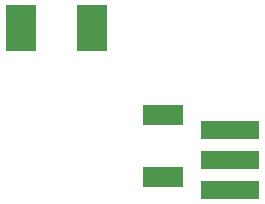
<source format=gtp>
G04 #@! TF.GenerationSoftware,KiCad,Pcbnew,8.0.6-8.0.6-0~ubuntu24.04.1*
G04 #@! TF.CreationDate,2024-11-10T23:48:13-05:00*
G04 #@! TF.ProjectId,array,61727261-792e-46b6-9963-61645f706362,rev?*
G04 #@! TF.SameCoordinates,Original*
G04 #@! TF.FileFunction,Paste,Top*
G04 #@! TF.FilePolarity,Positive*
%FSLAX46Y46*%
G04 Gerber Fmt 4.6, Leading zero omitted, Abs format (unit mm)*
G04 Created by KiCad (PCBNEW 8.0.6-8.0.6-0~ubuntu24.04.1) date 2024-11-10 23:48:13*
%MOMM*%
%LPD*%
G01*
G04 APERTURE LIST*
%ADD10R,5.000000X1.500000*%
%ADD11R,3.505200X1.778000*%
%ADD12R,2.500000X4.000000*%
G04 APERTURE END LIST*
D10*
X215630000Y-115300000D03*
X215630000Y-112760000D03*
X215630000Y-110220000D03*
D11*
X210000000Y-114146200D03*
X210000000Y-108913800D03*
D12*
X197980000Y-101590000D03*
X203980000Y-101590000D03*
M02*

</source>
